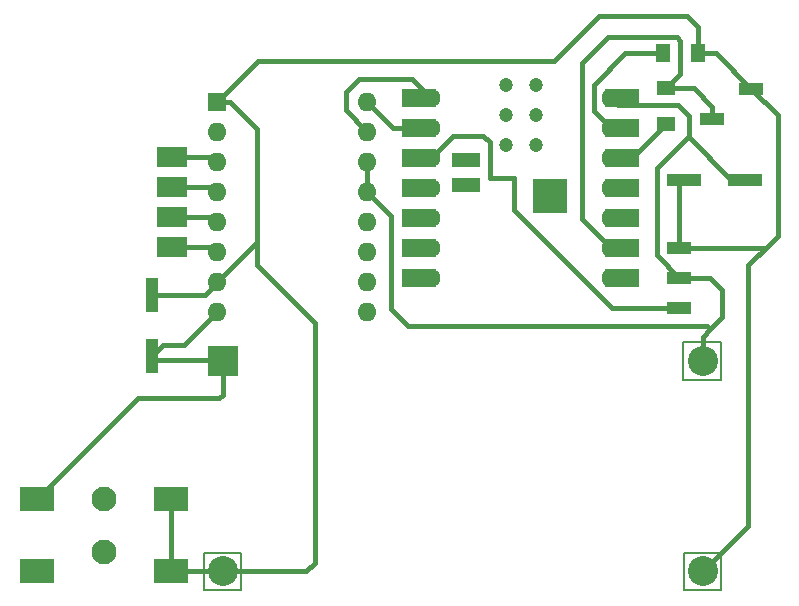
<source format=gbr>
%TF.GenerationSoftware,KiCad,Pcbnew,9.0.0*%
%TF.CreationDate,2025-06-02T14:20:24+02:00*%
%TF.ProjectId,Final_project,46696e61-6c5f-4707-926f-6a6563742e6b,rev?*%
%TF.SameCoordinates,Original*%
%TF.FileFunction,Copper,L1,Top*%
%TF.FilePolarity,Positive*%
%FSLAX46Y46*%
G04 Gerber Fmt 4.6, Leading zero omitted, Abs format (unit mm)*
G04 Created by KiCad (PCBNEW 9.0.0) date 2025-06-02 14:20:24*
%MOMM*%
%LPD*%
G01*
G04 APERTURE LIST*
%TA.AperFunction,Conductor*%
%ADD10C,0.200000*%
%TD*%
%TA.AperFunction,SMDPad,CuDef*%
%ADD11R,1.200000X1.600000*%
%TD*%
%TA.AperFunction,ComponentPad*%
%ADD12R,2.540000X2.540000*%
%TD*%
%TA.AperFunction,ComponentPad*%
%ADD13C,2.540000*%
%TD*%
%TA.AperFunction,SMDPad,CuDef*%
%ADD14R,2.000000X1.000000*%
%TD*%
%TA.AperFunction,ComponentPad*%
%ADD15C,2.100000*%
%TD*%
%TA.AperFunction,SMDPad,CuDef*%
%ADD16R,3.000000X2.000000*%
%TD*%
%TA.AperFunction,SMDPad,CuDef*%
%ADD17R,3.000000X1.000000*%
%TD*%
%TA.AperFunction,ComponentPad*%
%ADD18R,1.600000X1.600000*%
%TD*%
%TA.AperFunction,ComponentPad*%
%ADD19O,1.600000X1.600000*%
%TD*%
%TA.AperFunction,SMDPad,CuDef*%
%ADD20R,2.500000X1.700000*%
%TD*%
%TA.AperFunction,ComponentPad*%
%ADD21C,1.600000*%
%TD*%
%TA.AperFunction,SMDPad,CuDef*%
%ADD22R,3.000000X1.600000*%
%TD*%
%TA.AperFunction,SMDPad,CuDef*%
%ADD23R,2.400000X1.200000*%
%TD*%
%TA.AperFunction,SMDPad,CuDef*%
%ADD24C,1.200000*%
%TD*%
%TA.AperFunction,SMDPad,CuDef*%
%ADD25R,3.000000X3.000000*%
%TD*%
%TA.AperFunction,SMDPad,CuDef*%
%ADD26R,1.000000X3.000000*%
%TD*%
%TA.AperFunction,SMDPad,CuDef*%
%ADD27R,1.600000X1.200000*%
%TD*%
%TA.AperFunction,Conductor*%
%ADD28C,0.400000*%
%TD*%
G04 APERTURE END LIST*
%TO.N,GND*%
D10*
X139950000Y-108400000D02*
X143050000Y-108400000D01*
X143050000Y-111550000D01*
X139950000Y-111550000D01*
X139950000Y-108400000D01*
%TO.N,5V*%
X180500000Y-90600000D02*
X183650000Y-90600000D01*
X183650000Y-93800000D01*
X180500000Y-93800000D01*
X180500000Y-90600000D01*
%TO.N,GND*%
X180550000Y-108400000D02*
X183650000Y-108400000D01*
X183650000Y-111600000D01*
X180550000Y-111600000D01*
X180550000Y-108400000D01*
%TD*%
D11*
%TO.P,R7,1*%
%TO.N,GND*%
X181735560Y-66140560D03*
%TO.P,R7,2*%
X178735560Y-66140560D03*
%TD*%
D12*
%TO.P,U1,1,Vin*%
%TO.N,PWR*%
X141480000Y-92210000D03*
D13*
%TO.P,U1,2,GND*%
%TO.N,GND*%
X141480000Y-109990000D03*
%TO.P,U1,3,GND*%
X182120000Y-109990000D03*
%TO.P,U1,4,Vout*%
%TO.N,5V*%
X182120000Y-92210000D03*
%TD*%
D14*
%TO.P,J2,1,Pin_1*%
%TO.N,GND*%
X186240560Y-69120560D03*
%TO.P,J2,2,Pin_2*%
%TO.N,LIMIT*%
X182940560Y-71660560D03*
%TD*%
D15*
%TO.P,J4,*%
%TO.N,*%
X131450000Y-103890000D03*
X131450000Y-108390000D03*
D16*
%TO.P,J4,1*%
%TO.N,GND*%
X137150000Y-103890000D03*
X137150000Y-109990000D03*
%TO.P,J4,2*%
%TO.N,unconnected-(J4-Pad2)*%
X125750000Y-109990000D03*
%TO.P,J4,3*%
%TO.N,PWR*%
X125750000Y-103890000D03*
%TD*%
D17*
%TO.P,C3,1*%
%TO.N,5V*%
X185710560Y-76858060D03*
%TO.P,C3,2*%
%TO.N,GND*%
X180510560Y-76858060D03*
%TD*%
D18*
%TO.P,A1,1,GND*%
%TO.N,GND*%
X141030000Y-70260000D03*
D19*
%TO.P,A1,2,~{FLT}*%
%TO.N,unconnected-(A1-~{FLT}-Pad2)*%
X141030000Y-72800000D03*
%TO.P,A1,3,A2*%
%TO.N,A2*%
X141030000Y-75340000D03*
%TO.P,A1,4,A1*%
%TO.N,A1*%
X141030000Y-77880000D03*
%TO.P,A1,5,B1*%
%TO.N,B1*%
X141030000Y-80420000D03*
%TO.P,A1,6,B2*%
%TO.N,B2*%
X141030000Y-82960000D03*
%TO.P,A1,7,GND*%
%TO.N,GND*%
X141030000Y-85500000D03*
%TO.P,A1,8,VMOT*%
%TO.N,PWR*%
X141030000Y-88040000D03*
%TO.P,A1,9,~{EN}*%
%TO.N,unconnected-(A1-~{EN}-Pad9)*%
X153730000Y-88040000D03*
%TO.P,A1,10,M0*%
%TO.N,unconnected-(A1-M0-Pad10)*%
X153730000Y-85500000D03*
%TO.P,A1,11,M1*%
%TO.N,unconnected-(A1-M1-Pad11)*%
X153730000Y-82960000D03*
%TO.P,A1,12,M2*%
%TO.N,unconnected-(A1-M2-Pad12)*%
X153730000Y-80420000D03*
%TO.P,A1,13,~{RST}*%
%TO.N,5V*%
X153730000Y-77880000D03*
%TO.P,A1,14,~{SLP}*%
X153730000Y-75340000D03*
%TO.P,A1,15,STEP*%
%TO.N,STEP*%
X153730000Y-72800000D03*
%TO.P,A1,16,DIR*%
%TO.N,DIR*%
X153730000Y-70260000D03*
%TD*%
D20*
%TO.P,J3,1,Pin_1*%
%TO.N,B2*%
X137200000Y-82550000D03*
%TO.P,J3,2,Pin_2*%
%TO.N,B1*%
X137200000Y-80010000D03*
%TO.P,J3,3,Pin_3*%
%TO.N,A1*%
X137200000Y-77470000D03*
%TO.P,J3,4,Pin_4*%
%TO.N,A2*%
X137200000Y-74930000D03*
%TD*%
D14*
%TO.P,J1,1*%
%TO.N,GND*%
X180160560Y-82580560D03*
%TO.P,J1,2*%
%TO.N,5V*%
X180160560Y-85120560D03*
%TO.P,J1,3*%
%TO.N,SERVO*%
X180160560Y-87660560D03*
%TD*%
D21*
%TO.P,M1,1,D0*%
%TO.N,STEP*%
X159095560Y-69880560D03*
D22*
X158095560Y-69880560D03*
D21*
%TO.P,M1,2,D1*%
%TO.N,DIR*%
X159095560Y-72420560D03*
D22*
X158095560Y-72420560D03*
D21*
%TO.P,M1,3,D2*%
%TO.N,SERVO*%
X159095560Y-74960560D03*
D22*
X158095560Y-74960560D03*
D21*
%TO.P,M1,4,D3*%
%TO.N,unconnected-(M1-D3-Pad4)*%
X159095560Y-77500560D03*
D22*
%TO.N,unconnected-(M1-D3-Pad4)_1*%
X158095560Y-77500560D03*
D21*
%TO.P,M1,5,D4*%
%TO.N,unconnected-(M1-D4-Pad5)_1*%
X159095560Y-80040560D03*
D22*
%TO.N,unconnected-(M1-D4-Pad5)*%
X158095560Y-80040560D03*
D21*
%TO.P,M1,6,D5*%
%TO.N,unconnected-(M1-D5-Pad6)*%
X159095560Y-82580560D03*
D22*
%TO.N,unconnected-(M1-D5-Pad6)_1*%
X158095560Y-82580560D03*
D21*
%TO.P,M1,7,D6*%
%TO.N,unconnected-(M1-D6-Pad7)*%
X159095560Y-85120560D03*
D22*
%TO.N,unconnected-(M1-D6-Pad7)_1*%
X158095560Y-85120560D03*
D21*
%TO.P,M1,8,D7*%
%TO.N,unconnected-(M1-D7-Pad8)*%
X174330560Y-85120560D03*
D22*
%TO.N,unconnected-(M1-D7-Pad8)_1*%
X175330560Y-85120560D03*
D21*
%TO.P,M1,9,D8*%
%TO.N,LIMIT*%
X174330560Y-82580560D03*
D22*
X175330560Y-82580560D03*
D21*
%TO.P,M1,10,D9*%
%TO.N,unconnected-(M1-D9-Pad10)_1*%
X174330560Y-80040560D03*
D22*
%TO.N,unconnected-(M1-D9-Pad10)*%
X175330560Y-80040560D03*
D21*
%TO.P,M1,11,D10*%
%TO.N,unconnected-(M1-D10-Pad11)_1*%
X174330560Y-77500560D03*
D22*
%TO.N,unconnected-(M1-D10-Pad11)*%
X175330560Y-77500560D03*
D21*
%TO.P,M1,12,3V3*%
%TO.N,3V3*%
X174330560Y-74960560D03*
D22*
X175330560Y-74960560D03*
D21*
%TO.P,M1,13,GND*%
%TO.N,GND*%
X174330560Y-72420560D03*
D22*
X175330560Y-72420560D03*
D21*
%TO.P,M1,14,5V*%
%TO.N,5V*%
X174330560Y-69880560D03*
D22*
X175330560Y-69880560D03*
D23*
%TO.P,M1,15,BAT_GND*%
%TO.N,unconnected-(M1-BAT_GND-Pad15)*%
X162110560Y-75200560D03*
%TO.P,M1,16,BAT_VIN*%
%TO.N,unconnected-(M1-BAT_VIN-Pad16)*%
X162110560Y-77300560D03*
D24*
%TO.P,M1,17,MTDI*%
%TO.N,unconnected-(M1-MTDI-Pad17)*%
X165440560Y-68820560D03*
%TO.P,M1,18,EN*%
%TO.N,unconnected-(M1-EN-Pad18)*%
X165440560Y-71360560D03*
%TO.P,M1,19,MTMS*%
%TO.N,unconnected-(M1-MTMS-Pad19)*%
X165440560Y-73900560D03*
%TO.P,M1,20,MTCK*%
%TO.N,unconnected-(M1-MTCK-Pad20)*%
X167980560Y-73900560D03*
%TO.P,M1,21,GND*%
%TO.N,unconnected-(M1-GND-Pad21)*%
X167980560Y-71360560D03*
%TO.P,M1,22,MTDO*%
%TO.N,unconnected-(M1-MTDO-Pad22)*%
X167980560Y-68820560D03*
D25*
%TO.P,M1,23,THERMAL*%
%TO.N,unconnected-(M1-THERMAL-Pad23)*%
X169210560Y-78250560D03*
%TD*%
D26*
%TO.P,C2,1*%
%TO.N,PWR*%
X135500000Y-91750000D03*
%TO.P,C2,2*%
%TO.N,GND*%
X135500000Y-86550000D03*
%TD*%
D27*
%TO.P,R6,1*%
%TO.N,LIMIT*%
X179040560Y-69090560D03*
%TO.P,R6,2*%
%TO.N,3V3*%
X179040560Y-72090560D03*
%TD*%
D28*
%TO.N,GND*%
X139980000Y-86550000D02*
X141030000Y-85500000D01*
X144490000Y-66800000D02*
X141030000Y-70260000D01*
X187500560Y-82580560D02*
X187840560Y-82240560D01*
X180160560Y-77208060D02*
X180510560Y-76858060D01*
X188490560Y-71370560D02*
X186240560Y-69120560D01*
X172939560Y-71029560D02*
X172939560Y-68789560D01*
X169531120Y-66800000D02*
X144490000Y-66800000D01*
X183260560Y-66140560D02*
X186240560Y-69120560D01*
X148560000Y-109990000D02*
X149300000Y-109250000D01*
X173340560Y-62990560D02*
X180840560Y-62990560D01*
X144400000Y-84050000D02*
X144400000Y-82130000D01*
X141480000Y-109990000D02*
X137150000Y-109990000D01*
X141480000Y-109990000D02*
X148560000Y-109990000D01*
X149300000Y-88950000D02*
X144400000Y-84050000D01*
X142110000Y-70260000D02*
X141030000Y-70260000D01*
X187840560Y-82240560D02*
X188490560Y-81590560D01*
X181735560Y-66140560D02*
X183260560Y-66140560D01*
X172190560Y-64140560D02*
X169531120Y-66800000D01*
X180840560Y-62990560D02*
X181735560Y-63885560D01*
X180160560Y-82580560D02*
X187500560Y-82580560D01*
X172190560Y-64140560D02*
X173340560Y-62990560D01*
X144400000Y-82130000D02*
X144400000Y-72550000D01*
X180160560Y-82580560D02*
X180160560Y-77208060D01*
X137150000Y-109990000D02*
X137150000Y-103890000D01*
X174330560Y-72420560D02*
X172939560Y-71029560D01*
X141030000Y-85500000D02*
X144400000Y-82130000D01*
X182120000Y-109990000D02*
X186000000Y-106110000D01*
X188490560Y-81590560D02*
X188490560Y-71370560D01*
X181735560Y-63885560D02*
X181735560Y-66140560D01*
X186000000Y-84081120D02*
X187840560Y-82240560D01*
X175588560Y-66140560D02*
X178735560Y-66140560D01*
X169690560Y-66640560D02*
X172190560Y-64140560D01*
X186000000Y-106110000D02*
X186000000Y-84081120D01*
X135500000Y-86550000D02*
X139980000Y-86550000D01*
X149300000Y-109250000D02*
X149300000Y-88950000D01*
X144400000Y-72550000D02*
X142110000Y-70260000D01*
X172939560Y-68789560D02*
X175588560Y-66140560D01*
%TO.N,PWR*%
X136400000Y-90850000D02*
X138220000Y-90850000D01*
X138220000Y-90850000D02*
X141030000Y-88040000D01*
X141480000Y-92210000D02*
X141370000Y-92100000D01*
X135850000Y-92100000D02*
X135500000Y-91750000D01*
X125750000Y-103890000D02*
X134340000Y-95300000D01*
X141370000Y-92100000D02*
X135850000Y-92100000D01*
X135500000Y-91750000D02*
X136400000Y-90850000D01*
X141480000Y-95020000D02*
X141480000Y-92210000D01*
X141200000Y-95300000D02*
X141480000Y-95020000D01*
X134340000Y-95300000D02*
X141200000Y-95300000D01*
%TO.N,STEP*%
X157515000Y-68300000D02*
X159095560Y-69880560D01*
X153730000Y-72800000D02*
X151900000Y-70970000D01*
X153000000Y-68300000D02*
X157515000Y-68300000D01*
X151900000Y-69400000D02*
X153000000Y-68300000D01*
X151900000Y-70970000D02*
X151900000Y-69400000D01*
%TO.N,DIR*%
X153730000Y-70260000D02*
X155890560Y-72420560D01*
X155890560Y-72420560D02*
X159095560Y-72420560D01*
%TO.N,A1*%
X140620000Y-77470000D02*
X141030000Y-77880000D01*
X137200000Y-77470000D02*
X140620000Y-77470000D01*
%TO.N,B1*%
X140620000Y-80010000D02*
X141030000Y-80420000D01*
X137200000Y-80010000D02*
X140620000Y-80010000D01*
%TO.N,B2*%
X137200000Y-82550000D02*
X140620000Y-82550000D01*
X140620000Y-82550000D02*
X141030000Y-82960000D01*
%TO.N,A2*%
X140620000Y-74930000D02*
X141030000Y-75340000D01*
X137200000Y-74930000D02*
X140620000Y-74930000D01*
%TO.N,5V*%
X182750000Y-89500000D02*
X183800000Y-88450000D01*
X174940560Y-70490560D02*
X174330560Y-69880560D01*
X182120000Y-92210000D02*
X182120000Y-90130000D01*
X183800000Y-86150000D02*
X182770560Y-85120560D01*
X153730000Y-77880000D02*
X153730000Y-75340000D01*
X182500000Y-89250000D02*
X182750000Y-89500000D01*
X182120000Y-90130000D02*
X182750000Y-89500000D01*
X180022560Y-70490560D02*
X174940560Y-70490560D01*
X178250000Y-83210000D02*
X178250000Y-75800000D01*
X155750000Y-87800000D02*
X157200000Y-89250000D01*
X178250000Y-75800000D02*
X180940560Y-73109440D01*
X153730000Y-77880000D02*
X155750000Y-79900000D01*
X182770560Y-85120560D02*
X180160560Y-85120560D01*
X180940560Y-72400000D02*
X180940560Y-71408560D01*
X184558060Y-76858060D02*
X180940560Y-73240560D01*
X155750000Y-79900000D02*
X155750000Y-87800000D01*
X180940560Y-73109440D02*
X180940560Y-72400000D01*
X185710560Y-76858060D02*
X184558060Y-76858060D01*
X183800000Y-88450000D02*
X183800000Y-86150000D01*
X157200000Y-89250000D02*
X182500000Y-89250000D01*
X180160560Y-85120560D02*
X178250000Y-83210000D01*
X180940560Y-71408560D02*
X180022560Y-70490560D01*
X180940560Y-73240560D02*
X180940560Y-72400000D01*
%TO.N,SERVO*%
X164100000Y-76650000D02*
X166100000Y-76650000D01*
X166150000Y-79372000D02*
X174438560Y-87660560D01*
X166150000Y-76700000D02*
X166150000Y-79372000D01*
X163550000Y-73100000D02*
X164100000Y-73650000D01*
X174438560Y-87660560D02*
X180160560Y-87660560D01*
X159095560Y-74960560D02*
X160956120Y-73100000D01*
X166100000Y-76650000D02*
X166150000Y-76700000D01*
X160956120Y-73100000D02*
X163550000Y-73100000D01*
X164100000Y-73650000D02*
X164100000Y-76650000D01*
%TO.N,3V3*%
X176170560Y-74960560D02*
X174330560Y-74960560D01*
X178165560Y-72965560D02*
X176170560Y-74960560D01*
X179040560Y-72090560D02*
X178165560Y-72965560D01*
%TO.N,LIMIT*%
X171900000Y-66950000D02*
X174100440Y-64749560D01*
X182940560Y-71660560D02*
X182940560Y-70640560D01*
X179926560Y-64749560D02*
X180240560Y-65063560D01*
X180240560Y-65063560D02*
X180240560Y-67890560D01*
X174330560Y-82580560D02*
X171900000Y-80150000D01*
X180240560Y-67890560D02*
X179040560Y-69090560D01*
X182940560Y-70640560D02*
X181390560Y-69090560D01*
X181390560Y-69090560D02*
X179040560Y-69090560D01*
X171900000Y-80150000D02*
X171900000Y-66950000D01*
X174100440Y-64749560D02*
X179926560Y-64749560D01*
%TD*%
M02*

</source>
